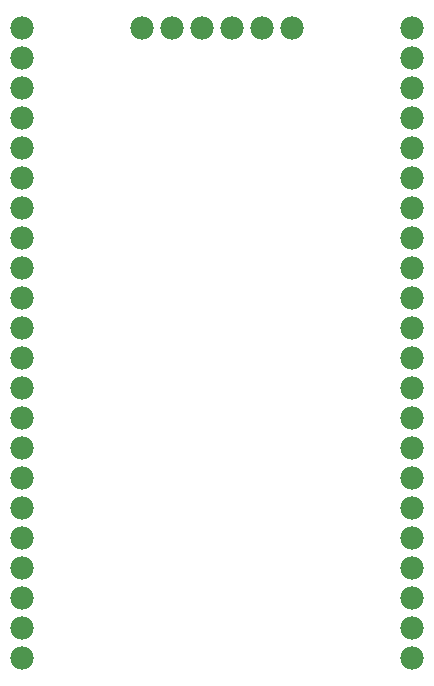
<source format=gbl>
G04 MADE WITH FRITZING*
G04 WWW.FRITZING.ORG*
G04 DOUBLE SIDED*
G04 HOLES PLATED*
G04 CONTOUR ON CENTER OF CONTOUR VECTOR*
%ASAXBY*%
%FSLAX23Y23*%
%MOIN*%
%OFA0B0*%
%SFA1.0B1.0*%
%ADD10C,0.078000*%
%LNCOPPER0*%
G90*
G70*
G54D10*
X1472Y2262D03*
X1472Y2162D03*
X1472Y2062D03*
X1472Y1962D03*
X1472Y1862D03*
X1472Y1762D03*
X1472Y1662D03*
X1472Y1562D03*
X1472Y1462D03*
X1472Y1362D03*
X1472Y1262D03*
X1472Y1162D03*
X1472Y1062D03*
X1472Y962D03*
X1472Y862D03*
X1472Y762D03*
X1472Y662D03*
X1472Y562D03*
X1472Y462D03*
X1472Y362D03*
X1472Y262D03*
X1472Y162D03*
X171Y2263D03*
X171Y2163D03*
X171Y2063D03*
X171Y1963D03*
X171Y1863D03*
X171Y1763D03*
X171Y1663D03*
X171Y1563D03*
X171Y1463D03*
X171Y1363D03*
X171Y1263D03*
X171Y1163D03*
X171Y1063D03*
X171Y963D03*
X171Y863D03*
X171Y763D03*
X171Y663D03*
X171Y563D03*
X171Y463D03*
X171Y363D03*
X171Y263D03*
X171Y163D03*
X1071Y2263D03*
X971Y2263D03*
X871Y2263D03*
X771Y2263D03*
X671Y2263D03*
X571Y2263D03*
G04 End of Copper0*
M02*
</source>
